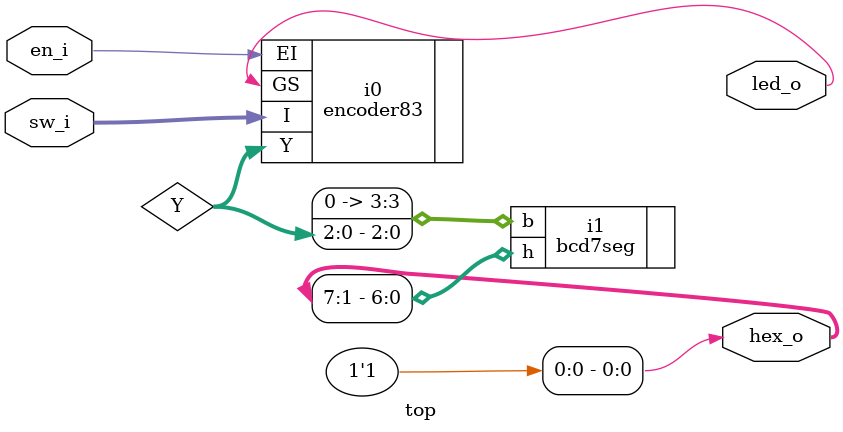
<source format=v>
`timescale 1ps/1ps

module top(
   input      [7:0]       sw_i   ,
   input                  en_i  ,
   
   output                 led_o,  //输出指示led
   output     [7:0]       hex_o  //输出指示数码管
);

   wire     [2:0]       Y   ;

  encoder83 i0(
     .I(sw_i),//input
     .EI(en_i),// 使能
     .Y(Y),// output
     .GS(led_o)// 扩展端 or 输出指示
);
   assign hex_o[0]=1'b1;
   wire [3:0] b;
   bcd7seg i1(
      .b({1'b0,Y}),
      .h(hex_o[7:1])
   );


endmodule

</source>
